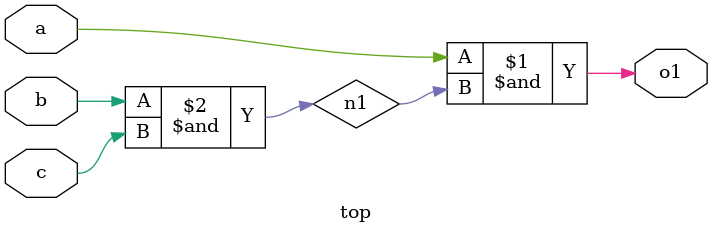
<source format=v>
module top (a, b, c, o1);
input a, b, c;
output o1;
wire a, b, c, o1, n1;
and g2 (o1, a, n1);
and g1 (n1, b, c);
endmodule
</source>
